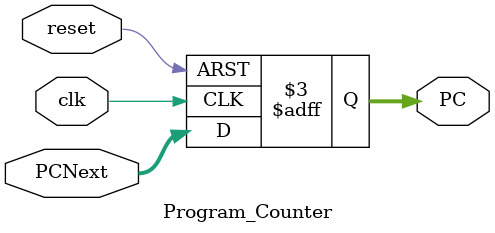
<source format=v>
module Program_Counter
(
input [31:0]PCNext,
input clk,
input reset,
output reg [31:0]PC
);

always@(posedge clk, negedge reset)
begin
if(!reset)
PC<=32'b0;
else
PC<=PCNext;
end
endmodule
</source>
